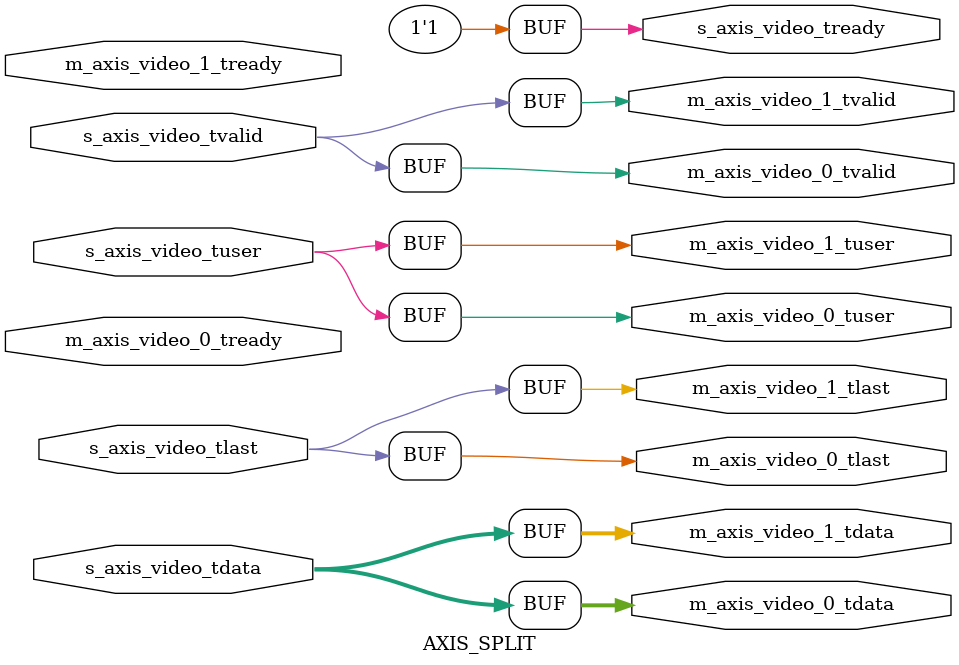
<source format=v>
`timescale 1 ns / 1 ps


module AXIS_SPLIT#(
  parameter DATA_WIDTH = 1		//in bytes
)(
	s_axis_video_tdata,
	s_axis_video_tlast,
	s_axis_video_tready,
	s_axis_video_tuser,
	s_axis_video_tvalid,

	m_axis_video_0_tdata,
	m_axis_video_0_tlast,
	m_axis_video_0_tready,
	m_axis_video_0_tuser,
	m_axis_video_0_tvalid,
	
	m_axis_video_1_tdata,
	m_axis_video_1_tlast,
	m_axis_video_1_tready,
	m_axis_video_1_tuser,
	m_axis_video_1_tvalid
);


  input [(DATA_WIDTH*8-1):0] s_axis_video_tdata;
  input s_axis_video_tlast;
  output s_axis_video_tready;
  input s_axis_video_tuser;
  input s_axis_video_tvalid;

  output [(DATA_WIDTH*8-1):0] m_axis_video_0_tdata;
  output m_axis_video_0_tlast;
  input  m_axis_video_0_tready;
  output m_axis_video_0_tuser;
  output m_axis_video_0_tvalid;
  
  output [(DATA_WIDTH*8-1):0] m_axis_video_1_tdata;
  output m_axis_video_1_tlast;
  input  m_axis_video_1_tready;
  output m_axis_video_1_tuser;
  output m_axis_video_1_tvalid;  

 
assign s_axis_video_tready 		= 1;
 
assign m_axis_video_0_tdata 	= s_axis_video_tdata;
assign m_axis_video_0_tlast		= s_axis_video_tlast;

assign m_axis_video_0_tuser 	= s_axis_video_tuser;
assign m_axis_video_0_tvalid 	= s_axis_video_tvalid;

assign m_axis_video_1_tdata 	= s_axis_video_tdata;
assign m_axis_video_1_tlast		= s_axis_video_tlast;

assign m_axis_video_1_tuser 	= s_axis_video_tuser;
assign m_axis_video_1_tvalid 	= s_axis_video_tvalid;


endmodule

</source>
